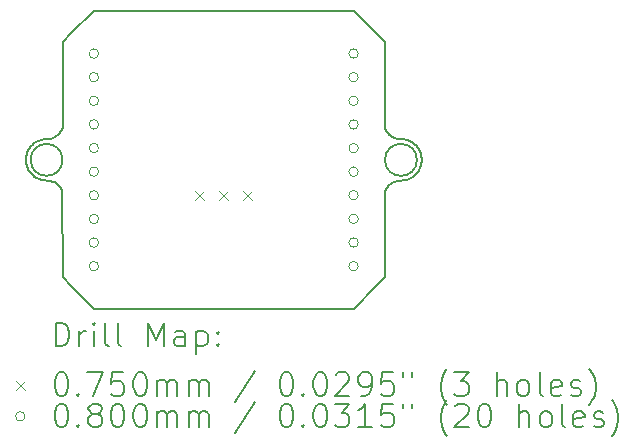
<source format=gbr>
%TF.GenerationSoftware,KiCad,Pcbnew,7.0.7*%
%TF.CreationDate,2023-10-04T17:00:30-06:00*%
%TF.ProjectId,FPV_3-Pin_Module,4650565f-332d-4506-996e-5f4d6f64756c,rev?*%
%TF.SameCoordinates,Original*%
%TF.FileFunction,Drillmap*%
%TF.FilePolarity,Positive*%
%FSLAX45Y45*%
G04 Gerber Fmt 4.5, Leading zero omitted, Abs format (unit mm)*
G04 Created by KiCad (PCBNEW 7.0.7) date 2023-10-04 17:00:30*
%MOMM*%
%LPD*%
G01*
G04 APERTURE LIST*
%ADD10C,0.150000*%
%ADD11C,0.200000*%
%ADD12C,0.075000*%
%ADD13C,0.080000*%
G04 APERTURE END LIST*
D10*
X15806898Y-9022692D02*
X15811811Y-9031401D01*
X12579956Y-9270128D02*
X12589056Y-9274272D01*
X15795622Y-9006188D02*
X15801496Y-9014279D01*
D11*
X12792000Y-9113000D02*
G75*
G03*
X12792000Y-9113000I-135000J0D01*
G01*
D10*
X12741081Y-9315150D02*
X12749001Y-9321252D01*
X15801496Y-9014279D02*
X15806898Y-9022692D01*
X15524298Y-8852097D02*
X15528703Y-8861072D01*
X12518513Y-9219988D02*
X12524849Y-9227722D01*
X15795487Y-9219988D02*
X15789151Y-9227722D01*
X12627147Y-8940565D02*
X12617347Y-8942552D01*
X12712665Y-8926927D02*
X12703302Y-8930433D01*
X12657000Y-8938000D02*
X12647005Y-8938286D01*
X15520521Y-8842840D02*
X15524298Y-8852097D01*
X12579757Y-8955969D02*
X12570915Y-8960637D01*
X15545455Y-8885895D02*
X15552131Y-8893338D01*
X15566936Y-8906761D02*
X15574995Y-8912678D01*
X12538794Y-9242044D02*
X12546357Y-9248584D01*
X12588852Y-8951814D02*
X12579757Y-8955969D01*
X12792000Y-8118000D02*
X12867000Y-8043000D01*
X15823394Y-9167204D02*
X15820027Y-9176619D01*
X15447000Y-8043000D02*
X15257000Y-7853000D01*
X12761869Y-8893338D02*
X12754697Y-8900304D01*
X12781337Y-9359064D02*
X12786135Y-9367835D01*
X15782537Y-8991076D02*
X15789296Y-8998445D01*
X12724075Y-9304654D02*
X12732759Y-9309609D01*
X12512629Y-9211904D02*
X12518513Y-9219988D01*
X12524849Y-9227722D02*
X12531617Y-9235082D01*
X15706322Y-8945094D02*
X15715831Y-8948185D01*
X15522000Y-10108000D02*
X15447000Y-10183000D01*
X15598930Y-9300310D02*
X15589925Y-9304654D01*
X15828534Y-9078341D02*
X15830233Y-9088194D01*
X15830202Y-9138025D02*
X15828490Y-9147876D01*
X12482633Y-9098129D02*
X12482068Y-9108111D01*
X15828490Y-9147876D02*
X15826218Y-9157613D01*
X15759719Y-9254682D02*
X15751460Y-9260317D01*
X12487726Y-9068601D02*
X12485466Y-9078341D01*
X12531463Y-8991076D02*
X12524704Y-8998445D01*
X15826218Y-9157613D02*
X15823394Y-9167204D01*
X12598377Y-9277889D02*
X12607890Y-9280968D01*
X15539306Y-8878012D02*
X15545455Y-8885895D01*
X15823462Y-9059006D02*
X15826274Y-9068601D01*
X12793479Y-8842840D02*
X12792000Y-8118000D01*
X12703302Y-8930433D02*
X12693720Y-8933288D01*
X15592235Y-8922785D02*
X15601335Y-8926927D01*
X12756482Y-9327885D02*
X12763488Y-9335017D01*
X12483798Y-9138025D02*
X12485510Y-9147876D01*
X15743085Y-8960637D02*
X15751646Y-8965802D01*
X12739005Y-8912678D02*
X12730559Y-8918028D01*
X15649881Y-8937826D02*
X15657000Y-8938000D01*
X15657217Y-9288000D02*
X15647225Y-9288357D01*
X12518378Y-9006188D02*
X12512504Y-9014279D01*
D11*
X15792000Y-9113000D02*
G75*
G03*
X15792000Y-9113000I-135000J0D01*
G01*
D10*
X12785297Y-8861072D02*
X12780287Y-8869724D01*
X15811811Y-9031401D02*
X15816219Y-9040376D01*
X12524704Y-8998445D02*
X12518378Y-9006188D01*
X12546185Y-8977556D02*
X12538631Y-8984106D01*
X15724944Y-9274272D02*
X15715623Y-9277889D01*
X15715623Y-9277889D02*
X15706110Y-9280968D01*
X12538631Y-8984106D02*
X12531463Y-8991076D01*
X12493973Y-9176619D02*
X12497873Y-9185826D01*
X12693720Y-8933288D02*
X12683965Y-8935479D01*
X15751646Y-8965802D02*
X15759898Y-8971448D01*
X15742892Y-9265472D02*
X15734044Y-9270128D01*
X12497873Y-9185826D02*
X12502292Y-9194795D01*
X12656783Y-9288000D02*
X12666775Y-9288357D01*
X12705787Y-9296596D02*
X12715070Y-9300310D01*
X15637282Y-9289402D02*
X15627434Y-9291129D01*
X15617729Y-9293531D02*
X15608213Y-9296596D01*
X15789296Y-8998445D02*
X15795622Y-9006188D01*
X15831367Y-9098129D02*
X15831932Y-9108111D01*
X12493893Y-9049587D02*
X12490538Y-9059006D01*
X12637043Y-8939142D02*
X12627147Y-8940565D01*
X12768545Y-8885895D02*
X12761869Y-8893338D01*
X15639917Y-8936993D02*
X15649881Y-8937826D01*
X15522000Y-8118000D02*
X15447000Y-8043000D01*
X12482652Y-9128092D02*
X12483798Y-9138025D01*
X15751460Y-9260317D02*
X15742892Y-9265472D01*
X15801371Y-9211904D02*
X15795487Y-9219988D01*
X15620280Y-8933288D02*
X15630035Y-8935479D01*
X15610698Y-8930433D02*
X15620280Y-8933288D01*
X15557518Y-9327885D02*
X15550512Y-9335017D01*
X12507216Y-9203497D02*
X12512629Y-9211904D01*
X12793479Y-8842840D02*
X12789702Y-8852097D01*
X15686635Y-9285473D02*
X15676737Y-9286884D01*
X12482068Y-9108111D02*
X12482075Y-9118110D01*
X15734243Y-8955969D02*
X15743085Y-8960637D01*
X12487782Y-9157613D02*
X12490606Y-9167204D01*
X12598169Y-8948185D02*
X12588852Y-8951814D01*
X12607677Y-8945094D02*
X12598169Y-8948185D01*
X12502189Y-9031401D02*
X12497781Y-9040376D01*
X15572919Y-9315150D02*
X15564999Y-9321252D01*
X12512504Y-9014279D02*
X12507101Y-9022692D01*
X12664119Y-8937826D02*
X12657000Y-8938000D01*
X15725148Y-8951814D02*
X15734243Y-8955969D01*
X15538055Y-9350644D02*
X15532663Y-9359064D01*
X12570915Y-8960637D02*
X12562354Y-8965802D01*
X12683965Y-8935479D02*
X12674083Y-8936993D01*
X13057000Y-7853000D02*
X15077000Y-7853000D01*
X15601335Y-8926927D02*
X15610698Y-8930433D01*
X12792000Y-10108000D02*
X12867000Y-10183000D01*
X15627434Y-9291129D02*
X15617729Y-9293531D01*
X15686853Y-8940565D02*
X15696653Y-8942552D01*
X12617563Y-9283499D02*
X12627365Y-9285473D01*
X15696653Y-8942552D02*
X15706322Y-8945094D01*
X15715831Y-8948185D02*
X15725148Y-8951814D01*
X12554281Y-9254682D02*
X12562540Y-9260317D01*
X15552131Y-8893338D02*
X15559303Y-8900304D01*
X15447000Y-10183000D02*
X15257000Y-10373000D01*
X12732759Y-9309609D02*
X12741081Y-9315150D01*
X12482075Y-9118110D02*
X12482652Y-9128092D01*
X15759898Y-8971448D02*
X15767815Y-8977556D01*
X12617347Y-8942552D02*
X12607677Y-8945094D01*
X12562540Y-9260317D02*
X12571108Y-9265472D01*
X12715070Y-9300310D02*
X12724075Y-9304654D01*
X12562354Y-8965802D02*
X12554102Y-8971448D01*
X15820107Y-9049587D02*
X15823462Y-9059006D01*
X12490538Y-9059006D02*
X12487726Y-9068601D01*
X12502292Y-9194795D02*
X12507216Y-9203497D01*
X12780287Y-8869724D02*
X12774694Y-8878012D01*
X15666774Y-9287727D02*
X15657217Y-9288000D01*
X15826274Y-9068601D02*
X15828534Y-9078341D01*
X12867000Y-8043000D02*
X13057000Y-7853000D01*
X15789151Y-9227722D02*
X15782383Y-9235082D01*
X15520521Y-8842840D02*
X15522000Y-8118000D01*
X12546357Y-9248584D02*
X12554281Y-9254682D01*
X12571108Y-9265472D02*
X12579956Y-9270128D01*
X12490606Y-9167204D02*
X12493973Y-9176619D01*
X15676956Y-8939142D02*
X15686853Y-8940565D01*
X12749001Y-9321252D02*
X12756482Y-9327885D01*
X12589056Y-9274272D02*
X12598377Y-9277889D01*
X12774694Y-8878012D02*
X12768545Y-8885895D01*
X15657000Y-8938000D02*
X15666995Y-8938286D01*
X12647005Y-8938286D02*
X12637043Y-8939142D01*
X15528703Y-8861072D02*
X15533713Y-8869724D01*
X15657217Y-9288000D02*
X15657217Y-9288000D01*
X15806784Y-9203497D02*
X15801371Y-9211904D01*
X15527865Y-9367835D02*
X15523682Y-9376916D01*
X12647226Y-9287727D02*
X12656783Y-9288000D01*
X15811708Y-9194795D02*
X15806784Y-9203497D01*
X12627365Y-9285473D02*
X12637263Y-9286884D01*
X12485466Y-9078341D02*
X12483767Y-9088194D01*
X15257000Y-7853000D02*
X15077000Y-7853000D01*
X12607890Y-9280968D02*
X12617563Y-9283499D01*
X12867000Y-10183000D02*
X13057000Y-10373000D01*
X12531617Y-9235082D02*
X12538794Y-9242044D01*
X15559303Y-8900304D02*
X15566936Y-8906761D01*
X15574995Y-8912678D02*
X15583441Y-8918028D01*
X12497781Y-9040376D02*
X12493893Y-9049587D01*
X15767815Y-8977556D02*
X15775369Y-8984106D01*
X15544014Y-9342616D02*
X15538055Y-9350644D01*
X15775369Y-8984106D02*
X15782537Y-8991076D01*
X15831932Y-9108111D02*
X15831925Y-9118110D01*
X15816127Y-9185826D02*
X15811708Y-9194795D01*
X15533713Y-8869724D02*
X15539306Y-8878012D01*
X12674083Y-8936993D02*
X12664119Y-8937826D01*
X12786135Y-9367835D02*
X12790318Y-9376916D01*
X12763488Y-9335017D02*
X12769986Y-9342616D01*
X12637263Y-9286884D02*
X12647226Y-9287727D01*
X15581241Y-9309609D02*
X15572919Y-9315150D01*
X15676737Y-9286884D02*
X15666774Y-9287727D01*
X15816219Y-9040376D02*
X15820107Y-9049587D01*
X12730559Y-8918028D02*
X12721765Y-8922785D01*
X12790318Y-9376916D02*
X12792000Y-10108000D01*
X15257000Y-10373000D02*
X13057000Y-10373000D01*
X15782383Y-9235082D02*
X15775206Y-9242044D01*
X12747064Y-8906761D02*
X12739005Y-8912678D01*
X12721765Y-8922785D02*
X12712665Y-8926927D01*
X12483767Y-9088194D02*
X12482633Y-9098129D01*
X12789702Y-8852097D02*
X12785297Y-8861072D01*
X12554102Y-8971448D02*
X12546185Y-8977556D01*
X15696437Y-9283499D02*
X15686635Y-9285473D01*
X15666995Y-8938286D02*
X15676956Y-8939142D01*
X15775206Y-9242044D02*
X15767643Y-9248584D01*
X15550512Y-9335017D02*
X15544014Y-9342616D01*
X12507101Y-9022692D02*
X12502189Y-9031401D01*
X12696271Y-9293531D02*
X12705787Y-9296596D01*
X15831348Y-9128092D02*
X15830202Y-9138025D01*
X12666775Y-9288357D02*
X12676718Y-9289402D01*
X12754697Y-8900304D02*
X12747064Y-8906761D01*
X12485510Y-9147876D02*
X12487782Y-9157613D01*
X15608213Y-9296596D02*
X15598930Y-9300310D01*
X15820027Y-9176619D02*
X15816127Y-9185826D01*
X15523682Y-9376916D02*
X15522000Y-10108000D01*
X15734044Y-9270128D02*
X15724944Y-9274272D01*
X15589925Y-9304654D02*
X15581241Y-9309609D01*
X12686566Y-9291129D02*
X12696271Y-9293531D01*
X15583441Y-8918028D02*
X15592235Y-8922785D01*
X15830233Y-9088194D02*
X15831367Y-9098129D01*
X12775945Y-9350644D02*
X12781337Y-9359064D01*
X15532663Y-9359064D02*
X15527865Y-9367835D01*
X15767643Y-9248584D02*
X15759719Y-9254682D01*
X15831925Y-9118110D02*
X15831348Y-9128092D01*
X15564999Y-9321252D02*
X15557518Y-9327885D01*
X12769986Y-9342616D02*
X12775945Y-9350644D01*
X15630035Y-8935479D02*
X15639917Y-8936993D01*
X12676718Y-9289402D02*
X12686566Y-9291129D01*
X15706110Y-9280968D02*
X15696437Y-9283499D01*
X15647225Y-9288357D02*
X15637282Y-9289402D01*
D11*
D12*
X13917500Y-9378500D02*
X13992500Y-9453500D01*
X13992500Y-9378500D02*
X13917500Y-9453500D01*
X14117500Y-9378500D02*
X14192500Y-9453500D01*
X14192500Y-9378500D02*
X14117500Y-9453500D01*
X14317500Y-9378500D02*
X14392500Y-9453500D01*
X14392500Y-9378500D02*
X14317500Y-9453500D01*
D13*
X13097380Y-8213100D02*
G75*
G03*
X13097380Y-8213100I-40000J0D01*
G01*
X13097380Y-8413100D02*
G75*
G03*
X13097380Y-8413100I-40000J0D01*
G01*
X13097380Y-8613100D02*
G75*
G03*
X13097380Y-8613100I-40000J0D01*
G01*
X13097380Y-8813100D02*
G75*
G03*
X13097380Y-8813100I-40000J0D01*
G01*
X13097380Y-9013100D02*
G75*
G03*
X13097380Y-9013100I-40000J0D01*
G01*
X13097380Y-9213100D02*
G75*
G03*
X13097380Y-9213100I-40000J0D01*
G01*
X13097380Y-9413100D02*
G75*
G03*
X13097380Y-9413100I-40000J0D01*
G01*
X13097380Y-9613100D02*
G75*
G03*
X13097380Y-9613100I-40000J0D01*
G01*
X13097380Y-9813100D02*
G75*
G03*
X13097380Y-9813100I-40000J0D01*
G01*
X13097380Y-10013100D02*
G75*
G03*
X13097380Y-10013100I-40000J0D01*
G01*
X15296000Y-8213000D02*
G75*
G03*
X15296000Y-8213000I-40000J0D01*
G01*
X15296000Y-8413000D02*
G75*
G03*
X15296000Y-8413000I-40000J0D01*
G01*
X15296000Y-8613000D02*
G75*
G03*
X15296000Y-8613000I-40000J0D01*
G01*
X15296000Y-8813000D02*
G75*
G03*
X15296000Y-8813000I-40000J0D01*
G01*
X15296000Y-9013000D02*
G75*
G03*
X15296000Y-9013000I-40000J0D01*
G01*
X15296000Y-9213000D02*
G75*
G03*
X15296000Y-9213000I-40000J0D01*
G01*
X15296000Y-9413000D02*
G75*
G03*
X15296000Y-9413000I-40000J0D01*
G01*
X15296000Y-9613000D02*
G75*
G03*
X15296000Y-9613000I-40000J0D01*
G01*
X15296000Y-9813000D02*
G75*
G03*
X15296000Y-9813000I-40000J0D01*
G01*
X15296000Y-10013000D02*
G75*
G03*
X15296000Y-10013000I-40000J0D01*
G01*
D11*
X12735345Y-10691984D02*
X12735345Y-10491984D01*
X12735345Y-10491984D02*
X12782964Y-10491984D01*
X12782964Y-10491984D02*
X12811536Y-10501508D01*
X12811536Y-10501508D02*
X12830583Y-10520555D01*
X12830583Y-10520555D02*
X12840107Y-10539603D01*
X12840107Y-10539603D02*
X12849631Y-10577698D01*
X12849631Y-10577698D02*
X12849631Y-10606270D01*
X12849631Y-10606270D02*
X12840107Y-10644365D01*
X12840107Y-10644365D02*
X12830583Y-10663412D01*
X12830583Y-10663412D02*
X12811536Y-10682460D01*
X12811536Y-10682460D02*
X12782964Y-10691984D01*
X12782964Y-10691984D02*
X12735345Y-10691984D01*
X12935345Y-10691984D02*
X12935345Y-10558650D01*
X12935345Y-10596746D02*
X12944869Y-10577698D01*
X12944869Y-10577698D02*
X12954393Y-10568174D01*
X12954393Y-10568174D02*
X12973440Y-10558650D01*
X12973440Y-10558650D02*
X12992488Y-10558650D01*
X13059155Y-10691984D02*
X13059155Y-10558650D01*
X13059155Y-10491984D02*
X13049631Y-10501508D01*
X13049631Y-10501508D02*
X13059155Y-10511031D01*
X13059155Y-10511031D02*
X13068678Y-10501508D01*
X13068678Y-10501508D02*
X13059155Y-10491984D01*
X13059155Y-10491984D02*
X13059155Y-10511031D01*
X13182964Y-10691984D02*
X13163916Y-10682460D01*
X13163916Y-10682460D02*
X13154393Y-10663412D01*
X13154393Y-10663412D02*
X13154393Y-10491984D01*
X13287726Y-10691984D02*
X13268678Y-10682460D01*
X13268678Y-10682460D02*
X13259155Y-10663412D01*
X13259155Y-10663412D02*
X13259155Y-10491984D01*
X13516297Y-10691984D02*
X13516297Y-10491984D01*
X13516297Y-10491984D02*
X13582964Y-10634841D01*
X13582964Y-10634841D02*
X13649631Y-10491984D01*
X13649631Y-10491984D02*
X13649631Y-10691984D01*
X13830583Y-10691984D02*
X13830583Y-10587222D01*
X13830583Y-10587222D02*
X13821059Y-10568174D01*
X13821059Y-10568174D02*
X13802012Y-10558650D01*
X13802012Y-10558650D02*
X13763916Y-10558650D01*
X13763916Y-10558650D02*
X13744869Y-10568174D01*
X13830583Y-10682460D02*
X13811536Y-10691984D01*
X13811536Y-10691984D02*
X13763916Y-10691984D01*
X13763916Y-10691984D02*
X13744869Y-10682460D01*
X13744869Y-10682460D02*
X13735345Y-10663412D01*
X13735345Y-10663412D02*
X13735345Y-10644365D01*
X13735345Y-10644365D02*
X13744869Y-10625317D01*
X13744869Y-10625317D02*
X13763916Y-10615793D01*
X13763916Y-10615793D02*
X13811536Y-10615793D01*
X13811536Y-10615793D02*
X13830583Y-10606270D01*
X13925821Y-10558650D02*
X13925821Y-10758650D01*
X13925821Y-10568174D02*
X13944869Y-10558650D01*
X13944869Y-10558650D02*
X13982964Y-10558650D01*
X13982964Y-10558650D02*
X14002012Y-10568174D01*
X14002012Y-10568174D02*
X14011536Y-10577698D01*
X14011536Y-10577698D02*
X14021059Y-10596746D01*
X14021059Y-10596746D02*
X14021059Y-10653889D01*
X14021059Y-10653889D02*
X14011536Y-10672936D01*
X14011536Y-10672936D02*
X14002012Y-10682460D01*
X14002012Y-10682460D02*
X13982964Y-10691984D01*
X13982964Y-10691984D02*
X13944869Y-10691984D01*
X13944869Y-10691984D02*
X13925821Y-10682460D01*
X14106774Y-10672936D02*
X14116297Y-10682460D01*
X14116297Y-10682460D02*
X14106774Y-10691984D01*
X14106774Y-10691984D02*
X14097250Y-10682460D01*
X14097250Y-10682460D02*
X14106774Y-10672936D01*
X14106774Y-10672936D02*
X14106774Y-10691984D01*
X14106774Y-10568174D02*
X14116297Y-10577698D01*
X14116297Y-10577698D02*
X14106774Y-10587222D01*
X14106774Y-10587222D02*
X14097250Y-10577698D01*
X14097250Y-10577698D02*
X14106774Y-10568174D01*
X14106774Y-10568174D02*
X14106774Y-10587222D01*
D12*
X12399568Y-10983000D02*
X12474568Y-11058000D01*
X12474568Y-10983000D02*
X12399568Y-11058000D01*
D11*
X12773440Y-10911984D02*
X12792488Y-10911984D01*
X12792488Y-10911984D02*
X12811536Y-10921508D01*
X12811536Y-10921508D02*
X12821059Y-10931031D01*
X12821059Y-10931031D02*
X12830583Y-10950079D01*
X12830583Y-10950079D02*
X12840107Y-10988174D01*
X12840107Y-10988174D02*
X12840107Y-11035793D01*
X12840107Y-11035793D02*
X12830583Y-11073889D01*
X12830583Y-11073889D02*
X12821059Y-11092936D01*
X12821059Y-11092936D02*
X12811536Y-11102460D01*
X12811536Y-11102460D02*
X12792488Y-11111984D01*
X12792488Y-11111984D02*
X12773440Y-11111984D01*
X12773440Y-11111984D02*
X12754393Y-11102460D01*
X12754393Y-11102460D02*
X12744869Y-11092936D01*
X12744869Y-11092936D02*
X12735345Y-11073889D01*
X12735345Y-11073889D02*
X12725821Y-11035793D01*
X12725821Y-11035793D02*
X12725821Y-10988174D01*
X12725821Y-10988174D02*
X12735345Y-10950079D01*
X12735345Y-10950079D02*
X12744869Y-10931031D01*
X12744869Y-10931031D02*
X12754393Y-10921508D01*
X12754393Y-10921508D02*
X12773440Y-10911984D01*
X12925821Y-11092936D02*
X12935345Y-11102460D01*
X12935345Y-11102460D02*
X12925821Y-11111984D01*
X12925821Y-11111984D02*
X12916297Y-11102460D01*
X12916297Y-11102460D02*
X12925821Y-11092936D01*
X12925821Y-11092936D02*
X12925821Y-11111984D01*
X13002012Y-10911984D02*
X13135345Y-10911984D01*
X13135345Y-10911984D02*
X13049631Y-11111984D01*
X13306774Y-10911984D02*
X13211536Y-10911984D01*
X13211536Y-10911984D02*
X13202012Y-11007222D01*
X13202012Y-11007222D02*
X13211536Y-10997698D01*
X13211536Y-10997698D02*
X13230583Y-10988174D01*
X13230583Y-10988174D02*
X13278202Y-10988174D01*
X13278202Y-10988174D02*
X13297250Y-10997698D01*
X13297250Y-10997698D02*
X13306774Y-11007222D01*
X13306774Y-11007222D02*
X13316297Y-11026270D01*
X13316297Y-11026270D02*
X13316297Y-11073889D01*
X13316297Y-11073889D02*
X13306774Y-11092936D01*
X13306774Y-11092936D02*
X13297250Y-11102460D01*
X13297250Y-11102460D02*
X13278202Y-11111984D01*
X13278202Y-11111984D02*
X13230583Y-11111984D01*
X13230583Y-11111984D02*
X13211536Y-11102460D01*
X13211536Y-11102460D02*
X13202012Y-11092936D01*
X13440107Y-10911984D02*
X13459155Y-10911984D01*
X13459155Y-10911984D02*
X13478202Y-10921508D01*
X13478202Y-10921508D02*
X13487726Y-10931031D01*
X13487726Y-10931031D02*
X13497250Y-10950079D01*
X13497250Y-10950079D02*
X13506774Y-10988174D01*
X13506774Y-10988174D02*
X13506774Y-11035793D01*
X13506774Y-11035793D02*
X13497250Y-11073889D01*
X13497250Y-11073889D02*
X13487726Y-11092936D01*
X13487726Y-11092936D02*
X13478202Y-11102460D01*
X13478202Y-11102460D02*
X13459155Y-11111984D01*
X13459155Y-11111984D02*
X13440107Y-11111984D01*
X13440107Y-11111984D02*
X13421059Y-11102460D01*
X13421059Y-11102460D02*
X13411536Y-11092936D01*
X13411536Y-11092936D02*
X13402012Y-11073889D01*
X13402012Y-11073889D02*
X13392488Y-11035793D01*
X13392488Y-11035793D02*
X13392488Y-10988174D01*
X13392488Y-10988174D02*
X13402012Y-10950079D01*
X13402012Y-10950079D02*
X13411536Y-10931031D01*
X13411536Y-10931031D02*
X13421059Y-10921508D01*
X13421059Y-10921508D02*
X13440107Y-10911984D01*
X13592488Y-11111984D02*
X13592488Y-10978650D01*
X13592488Y-10997698D02*
X13602012Y-10988174D01*
X13602012Y-10988174D02*
X13621059Y-10978650D01*
X13621059Y-10978650D02*
X13649631Y-10978650D01*
X13649631Y-10978650D02*
X13668678Y-10988174D01*
X13668678Y-10988174D02*
X13678202Y-11007222D01*
X13678202Y-11007222D02*
X13678202Y-11111984D01*
X13678202Y-11007222D02*
X13687726Y-10988174D01*
X13687726Y-10988174D02*
X13706774Y-10978650D01*
X13706774Y-10978650D02*
X13735345Y-10978650D01*
X13735345Y-10978650D02*
X13754393Y-10988174D01*
X13754393Y-10988174D02*
X13763917Y-11007222D01*
X13763917Y-11007222D02*
X13763917Y-11111984D01*
X13859155Y-11111984D02*
X13859155Y-10978650D01*
X13859155Y-10997698D02*
X13868678Y-10988174D01*
X13868678Y-10988174D02*
X13887726Y-10978650D01*
X13887726Y-10978650D02*
X13916298Y-10978650D01*
X13916298Y-10978650D02*
X13935345Y-10988174D01*
X13935345Y-10988174D02*
X13944869Y-11007222D01*
X13944869Y-11007222D02*
X13944869Y-11111984D01*
X13944869Y-11007222D02*
X13954393Y-10988174D01*
X13954393Y-10988174D02*
X13973440Y-10978650D01*
X13973440Y-10978650D02*
X14002012Y-10978650D01*
X14002012Y-10978650D02*
X14021059Y-10988174D01*
X14021059Y-10988174D02*
X14030583Y-11007222D01*
X14030583Y-11007222D02*
X14030583Y-11111984D01*
X14421059Y-10902460D02*
X14249631Y-11159603D01*
X14678202Y-10911984D02*
X14697250Y-10911984D01*
X14697250Y-10911984D02*
X14716298Y-10921508D01*
X14716298Y-10921508D02*
X14725821Y-10931031D01*
X14725821Y-10931031D02*
X14735345Y-10950079D01*
X14735345Y-10950079D02*
X14744869Y-10988174D01*
X14744869Y-10988174D02*
X14744869Y-11035793D01*
X14744869Y-11035793D02*
X14735345Y-11073889D01*
X14735345Y-11073889D02*
X14725821Y-11092936D01*
X14725821Y-11092936D02*
X14716298Y-11102460D01*
X14716298Y-11102460D02*
X14697250Y-11111984D01*
X14697250Y-11111984D02*
X14678202Y-11111984D01*
X14678202Y-11111984D02*
X14659155Y-11102460D01*
X14659155Y-11102460D02*
X14649631Y-11092936D01*
X14649631Y-11092936D02*
X14640107Y-11073889D01*
X14640107Y-11073889D02*
X14630583Y-11035793D01*
X14630583Y-11035793D02*
X14630583Y-10988174D01*
X14630583Y-10988174D02*
X14640107Y-10950079D01*
X14640107Y-10950079D02*
X14649631Y-10931031D01*
X14649631Y-10931031D02*
X14659155Y-10921508D01*
X14659155Y-10921508D02*
X14678202Y-10911984D01*
X14830583Y-11092936D02*
X14840107Y-11102460D01*
X14840107Y-11102460D02*
X14830583Y-11111984D01*
X14830583Y-11111984D02*
X14821060Y-11102460D01*
X14821060Y-11102460D02*
X14830583Y-11092936D01*
X14830583Y-11092936D02*
X14830583Y-11111984D01*
X14963917Y-10911984D02*
X14982964Y-10911984D01*
X14982964Y-10911984D02*
X15002012Y-10921508D01*
X15002012Y-10921508D02*
X15011536Y-10931031D01*
X15011536Y-10931031D02*
X15021060Y-10950079D01*
X15021060Y-10950079D02*
X15030583Y-10988174D01*
X15030583Y-10988174D02*
X15030583Y-11035793D01*
X15030583Y-11035793D02*
X15021060Y-11073889D01*
X15021060Y-11073889D02*
X15011536Y-11092936D01*
X15011536Y-11092936D02*
X15002012Y-11102460D01*
X15002012Y-11102460D02*
X14982964Y-11111984D01*
X14982964Y-11111984D02*
X14963917Y-11111984D01*
X14963917Y-11111984D02*
X14944869Y-11102460D01*
X14944869Y-11102460D02*
X14935345Y-11092936D01*
X14935345Y-11092936D02*
X14925821Y-11073889D01*
X14925821Y-11073889D02*
X14916298Y-11035793D01*
X14916298Y-11035793D02*
X14916298Y-10988174D01*
X14916298Y-10988174D02*
X14925821Y-10950079D01*
X14925821Y-10950079D02*
X14935345Y-10931031D01*
X14935345Y-10931031D02*
X14944869Y-10921508D01*
X14944869Y-10921508D02*
X14963917Y-10911984D01*
X15106774Y-10931031D02*
X15116298Y-10921508D01*
X15116298Y-10921508D02*
X15135345Y-10911984D01*
X15135345Y-10911984D02*
X15182964Y-10911984D01*
X15182964Y-10911984D02*
X15202012Y-10921508D01*
X15202012Y-10921508D02*
X15211536Y-10931031D01*
X15211536Y-10931031D02*
X15221060Y-10950079D01*
X15221060Y-10950079D02*
X15221060Y-10969127D01*
X15221060Y-10969127D02*
X15211536Y-10997698D01*
X15211536Y-10997698D02*
X15097250Y-11111984D01*
X15097250Y-11111984D02*
X15221060Y-11111984D01*
X15316298Y-11111984D02*
X15354393Y-11111984D01*
X15354393Y-11111984D02*
X15373441Y-11102460D01*
X15373441Y-11102460D02*
X15382964Y-11092936D01*
X15382964Y-11092936D02*
X15402012Y-11064365D01*
X15402012Y-11064365D02*
X15411536Y-11026270D01*
X15411536Y-11026270D02*
X15411536Y-10950079D01*
X15411536Y-10950079D02*
X15402012Y-10931031D01*
X15402012Y-10931031D02*
X15392488Y-10921508D01*
X15392488Y-10921508D02*
X15373441Y-10911984D01*
X15373441Y-10911984D02*
X15335345Y-10911984D01*
X15335345Y-10911984D02*
X15316298Y-10921508D01*
X15316298Y-10921508D02*
X15306774Y-10931031D01*
X15306774Y-10931031D02*
X15297250Y-10950079D01*
X15297250Y-10950079D02*
X15297250Y-10997698D01*
X15297250Y-10997698D02*
X15306774Y-11016746D01*
X15306774Y-11016746D02*
X15316298Y-11026270D01*
X15316298Y-11026270D02*
X15335345Y-11035793D01*
X15335345Y-11035793D02*
X15373441Y-11035793D01*
X15373441Y-11035793D02*
X15392488Y-11026270D01*
X15392488Y-11026270D02*
X15402012Y-11016746D01*
X15402012Y-11016746D02*
X15411536Y-10997698D01*
X15592488Y-10911984D02*
X15497250Y-10911984D01*
X15497250Y-10911984D02*
X15487726Y-11007222D01*
X15487726Y-11007222D02*
X15497250Y-10997698D01*
X15497250Y-10997698D02*
X15516298Y-10988174D01*
X15516298Y-10988174D02*
X15563917Y-10988174D01*
X15563917Y-10988174D02*
X15582964Y-10997698D01*
X15582964Y-10997698D02*
X15592488Y-11007222D01*
X15592488Y-11007222D02*
X15602012Y-11026270D01*
X15602012Y-11026270D02*
X15602012Y-11073889D01*
X15602012Y-11073889D02*
X15592488Y-11092936D01*
X15592488Y-11092936D02*
X15582964Y-11102460D01*
X15582964Y-11102460D02*
X15563917Y-11111984D01*
X15563917Y-11111984D02*
X15516298Y-11111984D01*
X15516298Y-11111984D02*
X15497250Y-11102460D01*
X15497250Y-11102460D02*
X15487726Y-11092936D01*
X15678202Y-10911984D02*
X15678202Y-10950079D01*
X15754393Y-10911984D02*
X15754393Y-10950079D01*
X16049631Y-11188174D02*
X16040107Y-11178650D01*
X16040107Y-11178650D02*
X16021060Y-11150079D01*
X16021060Y-11150079D02*
X16011536Y-11131031D01*
X16011536Y-11131031D02*
X16002012Y-11102460D01*
X16002012Y-11102460D02*
X15992488Y-11054841D01*
X15992488Y-11054841D02*
X15992488Y-11016746D01*
X15992488Y-11016746D02*
X16002012Y-10969127D01*
X16002012Y-10969127D02*
X16011536Y-10940555D01*
X16011536Y-10940555D02*
X16021060Y-10921508D01*
X16021060Y-10921508D02*
X16040107Y-10892936D01*
X16040107Y-10892936D02*
X16049631Y-10883412D01*
X16106774Y-10911984D02*
X16230583Y-10911984D01*
X16230583Y-10911984D02*
X16163917Y-10988174D01*
X16163917Y-10988174D02*
X16192488Y-10988174D01*
X16192488Y-10988174D02*
X16211536Y-10997698D01*
X16211536Y-10997698D02*
X16221060Y-11007222D01*
X16221060Y-11007222D02*
X16230583Y-11026270D01*
X16230583Y-11026270D02*
X16230583Y-11073889D01*
X16230583Y-11073889D02*
X16221060Y-11092936D01*
X16221060Y-11092936D02*
X16211536Y-11102460D01*
X16211536Y-11102460D02*
X16192488Y-11111984D01*
X16192488Y-11111984D02*
X16135345Y-11111984D01*
X16135345Y-11111984D02*
X16116298Y-11102460D01*
X16116298Y-11102460D02*
X16106774Y-11092936D01*
X16468679Y-11111984D02*
X16468679Y-10911984D01*
X16554393Y-11111984D02*
X16554393Y-11007222D01*
X16554393Y-11007222D02*
X16544869Y-10988174D01*
X16544869Y-10988174D02*
X16525822Y-10978650D01*
X16525822Y-10978650D02*
X16497250Y-10978650D01*
X16497250Y-10978650D02*
X16478203Y-10988174D01*
X16478203Y-10988174D02*
X16468679Y-10997698D01*
X16678203Y-11111984D02*
X16659155Y-11102460D01*
X16659155Y-11102460D02*
X16649631Y-11092936D01*
X16649631Y-11092936D02*
X16640107Y-11073889D01*
X16640107Y-11073889D02*
X16640107Y-11016746D01*
X16640107Y-11016746D02*
X16649631Y-10997698D01*
X16649631Y-10997698D02*
X16659155Y-10988174D01*
X16659155Y-10988174D02*
X16678203Y-10978650D01*
X16678203Y-10978650D02*
X16706774Y-10978650D01*
X16706774Y-10978650D02*
X16725822Y-10988174D01*
X16725822Y-10988174D02*
X16735345Y-10997698D01*
X16735345Y-10997698D02*
X16744869Y-11016746D01*
X16744869Y-11016746D02*
X16744869Y-11073889D01*
X16744869Y-11073889D02*
X16735345Y-11092936D01*
X16735345Y-11092936D02*
X16725822Y-11102460D01*
X16725822Y-11102460D02*
X16706774Y-11111984D01*
X16706774Y-11111984D02*
X16678203Y-11111984D01*
X16859155Y-11111984D02*
X16840107Y-11102460D01*
X16840107Y-11102460D02*
X16830584Y-11083412D01*
X16830584Y-11083412D02*
X16830584Y-10911984D01*
X17011536Y-11102460D02*
X16992488Y-11111984D01*
X16992488Y-11111984D02*
X16954393Y-11111984D01*
X16954393Y-11111984D02*
X16935346Y-11102460D01*
X16935346Y-11102460D02*
X16925822Y-11083412D01*
X16925822Y-11083412D02*
X16925822Y-11007222D01*
X16925822Y-11007222D02*
X16935346Y-10988174D01*
X16935346Y-10988174D02*
X16954393Y-10978650D01*
X16954393Y-10978650D02*
X16992488Y-10978650D01*
X16992488Y-10978650D02*
X17011536Y-10988174D01*
X17011536Y-10988174D02*
X17021060Y-11007222D01*
X17021060Y-11007222D02*
X17021060Y-11026270D01*
X17021060Y-11026270D02*
X16925822Y-11045317D01*
X17097250Y-11102460D02*
X17116298Y-11111984D01*
X17116298Y-11111984D02*
X17154393Y-11111984D01*
X17154393Y-11111984D02*
X17173441Y-11102460D01*
X17173441Y-11102460D02*
X17182965Y-11083412D01*
X17182965Y-11083412D02*
X17182965Y-11073889D01*
X17182965Y-11073889D02*
X17173441Y-11054841D01*
X17173441Y-11054841D02*
X17154393Y-11045317D01*
X17154393Y-11045317D02*
X17125822Y-11045317D01*
X17125822Y-11045317D02*
X17106774Y-11035793D01*
X17106774Y-11035793D02*
X17097250Y-11016746D01*
X17097250Y-11016746D02*
X17097250Y-11007222D01*
X17097250Y-11007222D02*
X17106774Y-10988174D01*
X17106774Y-10988174D02*
X17125822Y-10978650D01*
X17125822Y-10978650D02*
X17154393Y-10978650D01*
X17154393Y-10978650D02*
X17173441Y-10988174D01*
X17249631Y-11188174D02*
X17259155Y-11178650D01*
X17259155Y-11178650D02*
X17278203Y-11150079D01*
X17278203Y-11150079D02*
X17287727Y-11131031D01*
X17287727Y-11131031D02*
X17297250Y-11102460D01*
X17297250Y-11102460D02*
X17306774Y-11054841D01*
X17306774Y-11054841D02*
X17306774Y-11016746D01*
X17306774Y-11016746D02*
X17297250Y-10969127D01*
X17297250Y-10969127D02*
X17287727Y-10940555D01*
X17287727Y-10940555D02*
X17278203Y-10921508D01*
X17278203Y-10921508D02*
X17259155Y-10892936D01*
X17259155Y-10892936D02*
X17249631Y-10883412D01*
D13*
X12474568Y-11284500D02*
G75*
G03*
X12474568Y-11284500I-40000J0D01*
G01*
D11*
X12773440Y-11175984D02*
X12792488Y-11175984D01*
X12792488Y-11175984D02*
X12811536Y-11185508D01*
X12811536Y-11185508D02*
X12821059Y-11195031D01*
X12821059Y-11195031D02*
X12830583Y-11214079D01*
X12830583Y-11214079D02*
X12840107Y-11252174D01*
X12840107Y-11252174D02*
X12840107Y-11299793D01*
X12840107Y-11299793D02*
X12830583Y-11337888D01*
X12830583Y-11337888D02*
X12821059Y-11356936D01*
X12821059Y-11356936D02*
X12811536Y-11366460D01*
X12811536Y-11366460D02*
X12792488Y-11375984D01*
X12792488Y-11375984D02*
X12773440Y-11375984D01*
X12773440Y-11375984D02*
X12754393Y-11366460D01*
X12754393Y-11366460D02*
X12744869Y-11356936D01*
X12744869Y-11356936D02*
X12735345Y-11337888D01*
X12735345Y-11337888D02*
X12725821Y-11299793D01*
X12725821Y-11299793D02*
X12725821Y-11252174D01*
X12725821Y-11252174D02*
X12735345Y-11214079D01*
X12735345Y-11214079D02*
X12744869Y-11195031D01*
X12744869Y-11195031D02*
X12754393Y-11185508D01*
X12754393Y-11185508D02*
X12773440Y-11175984D01*
X12925821Y-11356936D02*
X12935345Y-11366460D01*
X12935345Y-11366460D02*
X12925821Y-11375984D01*
X12925821Y-11375984D02*
X12916297Y-11366460D01*
X12916297Y-11366460D02*
X12925821Y-11356936D01*
X12925821Y-11356936D02*
X12925821Y-11375984D01*
X13049631Y-11261698D02*
X13030583Y-11252174D01*
X13030583Y-11252174D02*
X13021059Y-11242650D01*
X13021059Y-11242650D02*
X13011536Y-11223603D01*
X13011536Y-11223603D02*
X13011536Y-11214079D01*
X13011536Y-11214079D02*
X13021059Y-11195031D01*
X13021059Y-11195031D02*
X13030583Y-11185508D01*
X13030583Y-11185508D02*
X13049631Y-11175984D01*
X13049631Y-11175984D02*
X13087726Y-11175984D01*
X13087726Y-11175984D02*
X13106774Y-11185508D01*
X13106774Y-11185508D02*
X13116297Y-11195031D01*
X13116297Y-11195031D02*
X13125821Y-11214079D01*
X13125821Y-11214079D02*
X13125821Y-11223603D01*
X13125821Y-11223603D02*
X13116297Y-11242650D01*
X13116297Y-11242650D02*
X13106774Y-11252174D01*
X13106774Y-11252174D02*
X13087726Y-11261698D01*
X13087726Y-11261698D02*
X13049631Y-11261698D01*
X13049631Y-11261698D02*
X13030583Y-11271222D01*
X13030583Y-11271222D02*
X13021059Y-11280746D01*
X13021059Y-11280746D02*
X13011536Y-11299793D01*
X13011536Y-11299793D02*
X13011536Y-11337888D01*
X13011536Y-11337888D02*
X13021059Y-11356936D01*
X13021059Y-11356936D02*
X13030583Y-11366460D01*
X13030583Y-11366460D02*
X13049631Y-11375984D01*
X13049631Y-11375984D02*
X13087726Y-11375984D01*
X13087726Y-11375984D02*
X13106774Y-11366460D01*
X13106774Y-11366460D02*
X13116297Y-11356936D01*
X13116297Y-11356936D02*
X13125821Y-11337888D01*
X13125821Y-11337888D02*
X13125821Y-11299793D01*
X13125821Y-11299793D02*
X13116297Y-11280746D01*
X13116297Y-11280746D02*
X13106774Y-11271222D01*
X13106774Y-11271222D02*
X13087726Y-11261698D01*
X13249631Y-11175984D02*
X13268678Y-11175984D01*
X13268678Y-11175984D02*
X13287726Y-11185508D01*
X13287726Y-11185508D02*
X13297250Y-11195031D01*
X13297250Y-11195031D02*
X13306774Y-11214079D01*
X13306774Y-11214079D02*
X13316297Y-11252174D01*
X13316297Y-11252174D02*
X13316297Y-11299793D01*
X13316297Y-11299793D02*
X13306774Y-11337888D01*
X13306774Y-11337888D02*
X13297250Y-11356936D01*
X13297250Y-11356936D02*
X13287726Y-11366460D01*
X13287726Y-11366460D02*
X13268678Y-11375984D01*
X13268678Y-11375984D02*
X13249631Y-11375984D01*
X13249631Y-11375984D02*
X13230583Y-11366460D01*
X13230583Y-11366460D02*
X13221059Y-11356936D01*
X13221059Y-11356936D02*
X13211536Y-11337888D01*
X13211536Y-11337888D02*
X13202012Y-11299793D01*
X13202012Y-11299793D02*
X13202012Y-11252174D01*
X13202012Y-11252174D02*
X13211536Y-11214079D01*
X13211536Y-11214079D02*
X13221059Y-11195031D01*
X13221059Y-11195031D02*
X13230583Y-11185508D01*
X13230583Y-11185508D02*
X13249631Y-11175984D01*
X13440107Y-11175984D02*
X13459155Y-11175984D01*
X13459155Y-11175984D02*
X13478202Y-11185508D01*
X13478202Y-11185508D02*
X13487726Y-11195031D01*
X13487726Y-11195031D02*
X13497250Y-11214079D01*
X13497250Y-11214079D02*
X13506774Y-11252174D01*
X13506774Y-11252174D02*
X13506774Y-11299793D01*
X13506774Y-11299793D02*
X13497250Y-11337888D01*
X13497250Y-11337888D02*
X13487726Y-11356936D01*
X13487726Y-11356936D02*
X13478202Y-11366460D01*
X13478202Y-11366460D02*
X13459155Y-11375984D01*
X13459155Y-11375984D02*
X13440107Y-11375984D01*
X13440107Y-11375984D02*
X13421059Y-11366460D01*
X13421059Y-11366460D02*
X13411536Y-11356936D01*
X13411536Y-11356936D02*
X13402012Y-11337888D01*
X13402012Y-11337888D02*
X13392488Y-11299793D01*
X13392488Y-11299793D02*
X13392488Y-11252174D01*
X13392488Y-11252174D02*
X13402012Y-11214079D01*
X13402012Y-11214079D02*
X13411536Y-11195031D01*
X13411536Y-11195031D02*
X13421059Y-11185508D01*
X13421059Y-11185508D02*
X13440107Y-11175984D01*
X13592488Y-11375984D02*
X13592488Y-11242650D01*
X13592488Y-11261698D02*
X13602012Y-11252174D01*
X13602012Y-11252174D02*
X13621059Y-11242650D01*
X13621059Y-11242650D02*
X13649631Y-11242650D01*
X13649631Y-11242650D02*
X13668678Y-11252174D01*
X13668678Y-11252174D02*
X13678202Y-11271222D01*
X13678202Y-11271222D02*
X13678202Y-11375984D01*
X13678202Y-11271222D02*
X13687726Y-11252174D01*
X13687726Y-11252174D02*
X13706774Y-11242650D01*
X13706774Y-11242650D02*
X13735345Y-11242650D01*
X13735345Y-11242650D02*
X13754393Y-11252174D01*
X13754393Y-11252174D02*
X13763917Y-11271222D01*
X13763917Y-11271222D02*
X13763917Y-11375984D01*
X13859155Y-11375984D02*
X13859155Y-11242650D01*
X13859155Y-11261698D02*
X13868678Y-11252174D01*
X13868678Y-11252174D02*
X13887726Y-11242650D01*
X13887726Y-11242650D02*
X13916298Y-11242650D01*
X13916298Y-11242650D02*
X13935345Y-11252174D01*
X13935345Y-11252174D02*
X13944869Y-11271222D01*
X13944869Y-11271222D02*
X13944869Y-11375984D01*
X13944869Y-11271222D02*
X13954393Y-11252174D01*
X13954393Y-11252174D02*
X13973440Y-11242650D01*
X13973440Y-11242650D02*
X14002012Y-11242650D01*
X14002012Y-11242650D02*
X14021059Y-11252174D01*
X14021059Y-11252174D02*
X14030583Y-11271222D01*
X14030583Y-11271222D02*
X14030583Y-11375984D01*
X14421059Y-11166460D02*
X14249631Y-11423603D01*
X14678202Y-11175984D02*
X14697250Y-11175984D01*
X14697250Y-11175984D02*
X14716298Y-11185508D01*
X14716298Y-11185508D02*
X14725821Y-11195031D01*
X14725821Y-11195031D02*
X14735345Y-11214079D01*
X14735345Y-11214079D02*
X14744869Y-11252174D01*
X14744869Y-11252174D02*
X14744869Y-11299793D01*
X14744869Y-11299793D02*
X14735345Y-11337888D01*
X14735345Y-11337888D02*
X14725821Y-11356936D01*
X14725821Y-11356936D02*
X14716298Y-11366460D01*
X14716298Y-11366460D02*
X14697250Y-11375984D01*
X14697250Y-11375984D02*
X14678202Y-11375984D01*
X14678202Y-11375984D02*
X14659155Y-11366460D01*
X14659155Y-11366460D02*
X14649631Y-11356936D01*
X14649631Y-11356936D02*
X14640107Y-11337888D01*
X14640107Y-11337888D02*
X14630583Y-11299793D01*
X14630583Y-11299793D02*
X14630583Y-11252174D01*
X14630583Y-11252174D02*
X14640107Y-11214079D01*
X14640107Y-11214079D02*
X14649631Y-11195031D01*
X14649631Y-11195031D02*
X14659155Y-11185508D01*
X14659155Y-11185508D02*
X14678202Y-11175984D01*
X14830583Y-11356936D02*
X14840107Y-11366460D01*
X14840107Y-11366460D02*
X14830583Y-11375984D01*
X14830583Y-11375984D02*
X14821060Y-11366460D01*
X14821060Y-11366460D02*
X14830583Y-11356936D01*
X14830583Y-11356936D02*
X14830583Y-11375984D01*
X14963917Y-11175984D02*
X14982964Y-11175984D01*
X14982964Y-11175984D02*
X15002012Y-11185508D01*
X15002012Y-11185508D02*
X15011536Y-11195031D01*
X15011536Y-11195031D02*
X15021060Y-11214079D01*
X15021060Y-11214079D02*
X15030583Y-11252174D01*
X15030583Y-11252174D02*
X15030583Y-11299793D01*
X15030583Y-11299793D02*
X15021060Y-11337888D01*
X15021060Y-11337888D02*
X15011536Y-11356936D01*
X15011536Y-11356936D02*
X15002012Y-11366460D01*
X15002012Y-11366460D02*
X14982964Y-11375984D01*
X14982964Y-11375984D02*
X14963917Y-11375984D01*
X14963917Y-11375984D02*
X14944869Y-11366460D01*
X14944869Y-11366460D02*
X14935345Y-11356936D01*
X14935345Y-11356936D02*
X14925821Y-11337888D01*
X14925821Y-11337888D02*
X14916298Y-11299793D01*
X14916298Y-11299793D02*
X14916298Y-11252174D01*
X14916298Y-11252174D02*
X14925821Y-11214079D01*
X14925821Y-11214079D02*
X14935345Y-11195031D01*
X14935345Y-11195031D02*
X14944869Y-11185508D01*
X14944869Y-11185508D02*
X14963917Y-11175984D01*
X15097250Y-11175984D02*
X15221060Y-11175984D01*
X15221060Y-11175984D02*
X15154393Y-11252174D01*
X15154393Y-11252174D02*
X15182964Y-11252174D01*
X15182964Y-11252174D02*
X15202012Y-11261698D01*
X15202012Y-11261698D02*
X15211536Y-11271222D01*
X15211536Y-11271222D02*
X15221060Y-11290269D01*
X15221060Y-11290269D02*
X15221060Y-11337888D01*
X15221060Y-11337888D02*
X15211536Y-11356936D01*
X15211536Y-11356936D02*
X15202012Y-11366460D01*
X15202012Y-11366460D02*
X15182964Y-11375984D01*
X15182964Y-11375984D02*
X15125821Y-11375984D01*
X15125821Y-11375984D02*
X15106774Y-11366460D01*
X15106774Y-11366460D02*
X15097250Y-11356936D01*
X15411536Y-11375984D02*
X15297250Y-11375984D01*
X15354393Y-11375984D02*
X15354393Y-11175984D01*
X15354393Y-11175984D02*
X15335345Y-11204555D01*
X15335345Y-11204555D02*
X15316298Y-11223603D01*
X15316298Y-11223603D02*
X15297250Y-11233127D01*
X15592488Y-11175984D02*
X15497250Y-11175984D01*
X15497250Y-11175984D02*
X15487726Y-11271222D01*
X15487726Y-11271222D02*
X15497250Y-11261698D01*
X15497250Y-11261698D02*
X15516298Y-11252174D01*
X15516298Y-11252174D02*
X15563917Y-11252174D01*
X15563917Y-11252174D02*
X15582964Y-11261698D01*
X15582964Y-11261698D02*
X15592488Y-11271222D01*
X15592488Y-11271222D02*
X15602012Y-11290269D01*
X15602012Y-11290269D02*
X15602012Y-11337888D01*
X15602012Y-11337888D02*
X15592488Y-11356936D01*
X15592488Y-11356936D02*
X15582964Y-11366460D01*
X15582964Y-11366460D02*
X15563917Y-11375984D01*
X15563917Y-11375984D02*
X15516298Y-11375984D01*
X15516298Y-11375984D02*
X15497250Y-11366460D01*
X15497250Y-11366460D02*
X15487726Y-11356936D01*
X15678202Y-11175984D02*
X15678202Y-11214079D01*
X15754393Y-11175984D02*
X15754393Y-11214079D01*
X16049631Y-11452174D02*
X16040107Y-11442650D01*
X16040107Y-11442650D02*
X16021060Y-11414079D01*
X16021060Y-11414079D02*
X16011536Y-11395031D01*
X16011536Y-11395031D02*
X16002012Y-11366460D01*
X16002012Y-11366460D02*
X15992488Y-11318841D01*
X15992488Y-11318841D02*
X15992488Y-11280746D01*
X15992488Y-11280746D02*
X16002012Y-11233127D01*
X16002012Y-11233127D02*
X16011536Y-11204555D01*
X16011536Y-11204555D02*
X16021060Y-11185508D01*
X16021060Y-11185508D02*
X16040107Y-11156936D01*
X16040107Y-11156936D02*
X16049631Y-11147412D01*
X16116298Y-11195031D02*
X16125822Y-11185508D01*
X16125822Y-11185508D02*
X16144869Y-11175984D01*
X16144869Y-11175984D02*
X16192488Y-11175984D01*
X16192488Y-11175984D02*
X16211536Y-11185508D01*
X16211536Y-11185508D02*
X16221060Y-11195031D01*
X16221060Y-11195031D02*
X16230583Y-11214079D01*
X16230583Y-11214079D02*
X16230583Y-11233127D01*
X16230583Y-11233127D02*
X16221060Y-11261698D01*
X16221060Y-11261698D02*
X16106774Y-11375984D01*
X16106774Y-11375984D02*
X16230583Y-11375984D01*
X16354393Y-11175984D02*
X16373441Y-11175984D01*
X16373441Y-11175984D02*
X16392488Y-11185508D01*
X16392488Y-11185508D02*
X16402012Y-11195031D01*
X16402012Y-11195031D02*
X16411536Y-11214079D01*
X16411536Y-11214079D02*
X16421060Y-11252174D01*
X16421060Y-11252174D02*
X16421060Y-11299793D01*
X16421060Y-11299793D02*
X16411536Y-11337888D01*
X16411536Y-11337888D02*
X16402012Y-11356936D01*
X16402012Y-11356936D02*
X16392488Y-11366460D01*
X16392488Y-11366460D02*
X16373441Y-11375984D01*
X16373441Y-11375984D02*
X16354393Y-11375984D01*
X16354393Y-11375984D02*
X16335345Y-11366460D01*
X16335345Y-11366460D02*
X16325822Y-11356936D01*
X16325822Y-11356936D02*
X16316298Y-11337888D01*
X16316298Y-11337888D02*
X16306774Y-11299793D01*
X16306774Y-11299793D02*
X16306774Y-11252174D01*
X16306774Y-11252174D02*
X16316298Y-11214079D01*
X16316298Y-11214079D02*
X16325822Y-11195031D01*
X16325822Y-11195031D02*
X16335345Y-11185508D01*
X16335345Y-11185508D02*
X16354393Y-11175984D01*
X16659155Y-11375984D02*
X16659155Y-11175984D01*
X16744869Y-11375984D02*
X16744869Y-11271222D01*
X16744869Y-11271222D02*
X16735345Y-11252174D01*
X16735345Y-11252174D02*
X16716298Y-11242650D01*
X16716298Y-11242650D02*
X16687726Y-11242650D01*
X16687726Y-11242650D02*
X16668679Y-11252174D01*
X16668679Y-11252174D02*
X16659155Y-11261698D01*
X16868679Y-11375984D02*
X16849631Y-11366460D01*
X16849631Y-11366460D02*
X16840107Y-11356936D01*
X16840107Y-11356936D02*
X16830584Y-11337888D01*
X16830584Y-11337888D02*
X16830584Y-11280746D01*
X16830584Y-11280746D02*
X16840107Y-11261698D01*
X16840107Y-11261698D02*
X16849631Y-11252174D01*
X16849631Y-11252174D02*
X16868679Y-11242650D01*
X16868679Y-11242650D02*
X16897250Y-11242650D01*
X16897250Y-11242650D02*
X16916298Y-11252174D01*
X16916298Y-11252174D02*
X16925822Y-11261698D01*
X16925822Y-11261698D02*
X16935346Y-11280746D01*
X16935346Y-11280746D02*
X16935346Y-11337888D01*
X16935346Y-11337888D02*
X16925822Y-11356936D01*
X16925822Y-11356936D02*
X16916298Y-11366460D01*
X16916298Y-11366460D02*
X16897250Y-11375984D01*
X16897250Y-11375984D02*
X16868679Y-11375984D01*
X17049631Y-11375984D02*
X17030584Y-11366460D01*
X17030584Y-11366460D02*
X17021060Y-11347412D01*
X17021060Y-11347412D02*
X17021060Y-11175984D01*
X17202012Y-11366460D02*
X17182965Y-11375984D01*
X17182965Y-11375984D02*
X17144869Y-11375984D01*
X17144869Y-11375984D02*
X17125822Y-11366460D01*
X17125822Y-11366460D02*
X17116298Y-11347412D01*
X17116298Y-11347412D02*
X17116298Y-11271222D01*
X17116298Y-11271222D02*
X17125822Y-11252174D01*
X17125822Y-11252174D02*
X17144869Y-11242650D01*
X17144869Y-11242650D02*
X17182965Y-11242650D01*
X17182965Y-11242650D02*
X17202012Y-11252174D01*
X17202012Y-11252174D02*
X17211536Y-11271222D01*
X17211536Y-11271222D02*
X17211536Y-11290269D01*
X17211536Y-11290269D02*
X17116298Y-11309317D01*
X17287727Y-11366460D02*
X17306774Y-11375984D01*
X17306774Y-11375984D02*
X17344869Y-11375984D01*
X17344869Y-11375984D02*
X17363917Y-11366460D01*
X17363917Y-11366460D02*
X17373441Y-11347412D01*
X17373441Y-11347412D02*
X17373441Y-11337888D01*
X17373441Y-11337888D02*
X17363917Y-11318841D01*
X17363917Y-11318841D02*
X17344869Y-11309317D01*
X17344869Y-11309317D02*
X17316298Y-11309317D01*
X17316298Y-11309317D02*
X17297250Y-11299793D01*
X17297250Y-11299793D02*
X17287727Y-11280746D01*
X17287727Y-11280746D02*
X17287727Y-11271222D01*
X17287727Y-11271222D02*
X17297250Y-11252174D01*
X17297250Y-11252174D02*
X17316298Y-11242650D01*
X17316298Y-11242650D02*
X17344869Y-11242650D01*
X17344869Y-11242650D02*
X17363917Y-11252174D01*
X17440108Y-11452174D02*
X17449631Y-11442650D01*
X17449631Y-11442650D02*
X17468679Y-11414079D01*
X17468679Y-11414079D02*
X17478203Y-11395031D01*
X17478203Y-11395031D02*
X17487727Y-11366460D01*
X17487727Y-11366460D02*
X17497250Y-11318841D01*
X17497250Y-11318841D02*
X17497250Y-11280746D01*
X17497250Y-11280746D02*
X17487727Y-11233127D01*
X17487727Y-11233127D02*
X17478203Y-11204555D01*
X17478203Y-11204555D02*
X17468679Y-11185508D01*
X17468679Y-11185508D02*
X17449631Y-11156936D01*
X17449631Y-11156936D02*
X17440108Y-11147412D01*
M02*

</source>
